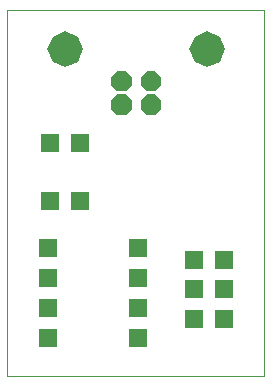
<source format=gbs>
G75*
G71*
%OFA0B0*%
%FSLAX23Y23*%
%IPPOS*%
%LPD*%
%ADD10C,0.1*%
%LPD*%D10*
X0Y0D02*
X0Y100D01*
X0Y199D01*
X0Y299D01*
X0Y399D01*
X0Y498D01*
X0Y598D01*
X0Y698D01*
X0Y798D01*
X0Y897D01*
X0Y997D01*
X0Y1097D01*
X0Y1196D01*
X0Y1296D01*
X0Y1396D01*
X0Y1495D01*
X0Y1595D01*
X0Y1695D01*
X0Y1795D01*
X0Y1894D01*
X0Y1994D01*
X0Y2094D01*
X0Y2193D01*
X0Y2293D01*
X0Y2393D01*
X0Y2492D01*
X0Y2592D01*
X0Y2692D01*
X0Y2791D01*
X0Y2891D01*
X0Y2991D01*
X0Y3091D01*
X0Y3190D01*
X0Y3290D01*
X0Y3390D01*
X0Y3489D01*
X0Y3589D01*
X0Y3689D01*
X0Y3788D01*
X0Y3888D01*
X0Y3988D01*
X0Y4088D01*
X0Y4187D01*
X0Y4287D01*
X0Y4387D01*
X0Y4486D01*
X0Y4586D01*
X0Y4686D01*
X0Y4785D01*
X0Y4885D01*
X0Y4985D01*
X0Y5084D01*
X0Y5184D01*
X0Y5284D01*
X0Y5384D01*
X0Y5483D01*
X0Y5583D01*
X0Y5683D01*
X0Y5782D01*
X0Y5882D01*
X0Y5982D01*
X0Y6081D01*
X0Y6181D01*
X0Y6281D01*
X0Y6380D01*
X0Y6480D01*
X0Y6580D01*
X0Y6680D01*
X0Y6779D01*
X0Y6879D01*
X0Y6979D01*
X0Y7078D01*
X0Y7178D01*
X0Y7278D01*
X0Y7377D01*
X0Y7477D01*
X0Y7577D01*
X0Y7677D01*
X0Y7776D01*
X0Y7876D01*
X0Y7976D01*
X0Y8075D01*
X0Y8175D01*
X0Y8275D01*
X0Y8374D01*
X0Y8474D01*
X0Y8574D01*
X0Y8673D01*
X0Y8773D01*
X0Y8873D01*
X0Y8973D01*
X0Y9072D01*
X0Y9172D01*
X0Y9272D01*
X0Y9371D01*
X0Y9471D01*
X0Y9571D01*
X0Y9670D01*
X0Y9770D01*
X0Y9870D01*
X0Y9970D01*
X0Y10069D01*
X0Y10169D01*
X0Y10269D01*
X0Y10368D01*
X0Y10468D01*
X0Y10568D01*
X0Y10667D01*
X0Y10767D01*
X0Y10867D01*
X0Y10966D01*
X0Y11066D01*
X0Y11166D01*
X0Y11266D01*
X0Y11365D01*
X0Y11465D01*
X0Y11565D01*
X0Y11664D01*
X0Y11764D01*
X0Y11864D01*
X0Y11963D01*
X0Y12063D01*
X0Y12163D01*
X0Y12262D01*
X0Y12362D01*
X0Y12462D01*
X0Y12562D01*
X0Y12661D01*
X0Y12761D01*
X0Y12861D01*
X0Y12960D01*
X0Y13060D01*
X0Y13160D01*
X0Y13259D01*
X0Y13359D01*
X0Y13459D01*
X0Y13559D01*
X0Y13658D01*
X0Y13758D01*
X0Y13858D01*
X0Y13957D01*
X0Y14057D01*
X0Y14157D01*
X0Y14256D01*
X0Y14356D01*
X0Y14456D01*
X0Y14555D01*
X0Y14655D01*
X0Y14755D01*
X0Y14855D01*
X0Y14954D01*
X0Y15054D01*
X0Y15154D01*
X0Y15253D01*
X0Y15353D01*
X0Y15453D01*
X0Y15552D01*
X0Y15652D01*
X0Y15752D01*
X0Y15852D01*
X0Y15951D01*
X0Y16051D01*
X0Y16151D01*
X0Y16250D01*
X0Y16350D01*
X0Y16450D01*
X0Y16549D01*
X0Y16649D01*
X0Y16749D01*
X0Y16848D01*
X0Y16948D01*
X0Y17048D01*
X0Y17148D01*
X0Y17247D01*
X0Y17347D01*
X0Y17447D01*
X0Y17546D01*
X0Y17646D01*
X0Y17746D01*
X0Y17845D01*
X0Y17945D01*
X0Y18045D01*
X0Y18145D01*
X0Y18244D01*
X0Y18344D01*
X0Y18444D01*
X0Y18543D01*
X0Y18643D01*
X0Y18743D01*
X0Y18842D01*
X0Y18942D01*
X0Y19042D01*
X0Y19141D01*
X0Y19241D01*
X0Y19341D01*
X0Y19441D01*
X0Y19540D01*
X0Y19640D01*
X0Y19740D01*
X0Y19839D01*
X0Y19939D01*
X0Y20039D01*
X0Y20138D01*
X0Y20238D01*
X0Y20338D01*
X0Y20438D01*
X0Y20537D01*
X0Y20637D01*
X0Y20737D01*
X0Y20836D01*
X0Y20936D01*
X0Y21036D01*
X0Y21135D01*
X0Y21235D01*
X0Y21335D01*
X0Y21434D01*
X0Y21534D01*
X0Y21634D01*
X0Y21734D01*
X0Y21833D01*
X0Y21933D01*
X0Y22033D01*
X0Y22132D01*
X0Y22232D01*
X0Y22332D01*
X0Y22431D01*
X0Y22531D01*
X0Y22631D01*
X0Y22731D01*
X0Y22830D01*
X0Y22930D01*
X0Y23030D01*
X0Y23129D01*
X0Y23229D01*
X0Y23329D01*
X0Y23428D01*
X0Y23528D01*
X0Y23628D01*
X0Y23727D01*
X0Y23827D01*
X0Y23927D01*
X0Y24027D01*
X0Y24126D01*
X0Y24226D01*
X0Y24326D01*
X0Y24425D01*
X0Y24525D01*
X0Y24625D01*
X0Y24724D01*
X0Y24824D01*
X0Y24924D01*
X0Y25024D01*
X0Y25123D01*
X0Y25223D01*
X0Y25323D01*
X0Y25422D01*
X0Y25522D01*
X0Y25622D01*
X0Y25721D01*
X0Y25821D01*
X0Y25921D01*
X0Y26020D01*
X0Y26120D01*
X0Y26220D01*
X0Y26320D01*
X0Y26419D01*
X0Y26519D01*
X0Y26619D01*
X0Y26718D01*
X0Y26818D01*
X0Y26918D01*
X0Y27017D01*
X0Y27117D01*
X0Y27217D01*
X0Y27317D01*
X0Y27416D01*
X0Y27516D01*
X0Y27616D01*
X0Y27715D01*
X0Y27815D01*
X0Y27915D01*
X0Y28014D01*
X0Y28114D01*
X0Y28214D01*
X0Y28313D01*
X0Y28413D01*
X0Y28513D01*
X0Y28613D01*
X0Y28712D01*
X0Y28812D01*
X0Y28912D01*
X0Y29011D01*
X0Y29111D01*
X0Y29211D01*
X0Y29310D01*
X0Y29410D01*
X0Y29510D01*
X0Y29610D01*
X0Y29709D01*
X0Y29809D01*
X0Y29909D01*
X0Y30008D01*
X0Y30108D01*
X0Y30208D01*
X0Y30307D01*
X0Y30407D01*
X0Y30507D01*
X0Y30607D01*
X0Y30706D01*
X0Y30806D01*
X0Y30906D01*
X0Y31005D01*
X100Y31005D01*
X199Y31005D01*
X299Y31005D01*
X398Y31005D01*
X498Y31005D01*
X598Y31005D01*
X697Y31005D01*
X797Y31005D01*
X897Y31005D01*
X996Y31005D01*
X1096Y31005D01*
X1195Y31005D01*
X1295Y31005D01*
X1395Y31005D01*
X1494Y31005D01*
X1594Y31005D01*
X1694Y31005D01*
X1793Y31005D01*
X1893Y31005D01*
X1992Y31005D01*
X2092Y31005D01*
X2192Y31005D01*
X2291Y31005D01*
X2391Y31005D01*
X2490Y31005D01*
X2590Y31005D01*
X2690Y31005D01*
X2789Y31005D01*
X2889Y31005D01*
X2989Y31005D01*
X3088Y31005D01*
X3188Y31005D01*
X3287Y31005D01*
X3387Y31005D01*
X3487Y31005D01*
X3586Y31005D01*
X3686Y31005D01*
X3785Y31005D01*
X3885Y31005D01*
X3985Y31005D01*
X4084Y31005D01*
X4184Y31005D01*
X4284Y31005D01*
X4383Y31005D01*
X4483Y31005D01*
X4582Y31005D01*
X4682Y31005D01*
X4782Y31005D01*
X4881Y31005D01*
X4981Y31005D01*
X5081Y31005D01*
X5180Y31005D01*
X5280Y31005D01*
X5379Y31005D01*
X5479Y31005D01*
X5579Y31005D01*
X5678Y31005D01*
X5778Y31005D01*
X5877Y31005D01*
X5977Y31005D01*
X6077Y31005D01*
X6176Y31005D01*
X6276Y31005D01*
X6376Y31005D01*
X6475Y31005D01*
X6575Y31005D01*
X6674Y31005D01*
X6774Y31005D01*
X6874Y31005D01*
X6973Y31005D01*
X7073Y31005D01*
X7173Y31005D01*
X7272Y31005D01*
X7372Y31005D01*
X7471Y31005D01*
X7571Y31005D01*
X7671Y31005D01*
X7770Y31005D01*
X7870Y31005D01*
X7969Y31005D01*
X8069Y31005D01*
X8169Y31005D01*
X8268Y31005D01*
X8368Y31005D01*
X8468Y31005D01*
X8567Y31005D01*
X8667Y31005D01*
X8766Y31005D01*
X8866Y31005D01*
X8966Y31005D01*
X9065Y31005D01*
X9165Y31005D01*
X9265Y31005D01*
X9364Y31005D01*
X9464Y31005D01*
X9563Y31005D01*
X9663Y31005D01*
X9763Y31005D01*
X9862Y31005D01*
X9962Y31005D01*
X10061Y31005D01*
X10161Y31005D01*
X10261Y31005D01*
X10360Y31005D01*
X10460Y31005D01*
X10560Y31005D01*
X10659Y31005D01*
X10759Y31005D01*
X10858Y31005D01*
X10958Y31005D01*
X11058Y31005D01*
X11157Y31005D01*
X11257Y31005D01*
X11357Y31005D01*
X11456Y31005D01*
X11556Y31005D01*
X11655Y31005D01*
X11755Y31005D01*
X11855Y31005D01*
X11954Y31005D01*
X12054Y31005D01*
X12153Y31005D01*
X12253Y31005D01*
X12353Y31005D01*
X12452Y31005D01*
X12552Y31005D01*
X12652Y31005D01*
X12751Y31005D01*
X12851Y31005D01*
X12950Y31005D01*
X13050Y31005D01*
X13150Y31005D01*
X13249Y31005D01*
X13349Y31005D01*
X13449Y31005D01*
X13548Y31005D01*
X13648Y31005D01*
X13747Y31005D01*
X13847Y31005D01*
X13947Y31005D01*
X14046Y31005D01*
X14146Y31005D01*
X14245Y31005D01*
X14345Y31005D01*
X14445Y31005D01*
X14544Y31005D01*
X14644Y31005D01*
X14744Y31005D01*
X14843Y31005D01*
X14943Y31005D01*
X15042Y31005D01*
X15142Y31005D01*
X15242Y31005D01*
X15341Y31005D01*
X15441Y31005D01*
X15540Y31005D01*
X15640Y31005D01*
X15740Y31005D01*
X15839Y31005D01*
X15939Y31005D01*
X16039Y31005D01*
X16138Y31005D01*
X16238Y31005D01*
X16337Y31005D01*
X16437Y31005D01*
X16537Y31005D01*
X16636Y31005D01*
X16736Y31005D01*
X16836Y31005D01*
X16935Y31005D01*
X17035Y31005D01*
X17134Y31005D01*
X17234Y31005D01*
X17334Y31005D01*
X17433Y31005D01*
X17533Y31005D01*
X17632Y31005D01*
X17732Y31005D01*
X17832Y31005D01*
X17931Y31005D01*
X18031Y31005D01*
X18131Y31005D01*
X18230Y31005D01*
X18330Y31005D01*
X18429Y31005D01*
X18529Y31005D01*
X18629Y31005D01*
X18728Y31005D01*
X18828Y31005D01*
X18928Y31005D01*
X19027Y31005D01*
X19127Y31005D01*
X19226Y31005D01*
X19326Y31005D01*
X19426Y31005D01*
X19525Y31005D01*
X19625Y31005D01*
X19725Y31005D01*
X19824Y31005D01*
X19924Y31005D01*
X20023Y31005D01*
X20123Y31005D01*
X20223Y31005D01*
X20322Y31005D01*
X20422Y31005D01*
X20521Y31005D01*
X20621Y31005D01*
X20721Y31005D01*
X20820Y31005D01*
X20920Y31005D01*
X21020Y31005D01*
X21119Y31005D01*
X21219Y31005D01*
X21318Y31005D01*
X21418Y31005D01*
X21518Y31005D01*
X21617Y31005D01*
X21717Y31005D01*
X21717Y30906D01*
X21717Y30806D01*
X21717Y30706D01*
X21717Y30607D01*
X21717Y30507D01*
X21717Y30407D01*
X21717Y30307D01*
X21717Y30208D01*
X21717Y30108D01*
X21717Y30008D01*
X21717Y29909D01*
X21717Y29809D01*
X21717Y29709D01*
X21717Y29610D01*
X21717Y29510D01*
X21717Y29410D01*
X21717Y29311D01*
X21717Y29211D01*
X21717Y29111D01*
X21717Y29011D01*
X21717Y28912D01*
X21717Y28812D01*
X21717Y28712D01*
X21717Y28613D01*
X21717Y28513D01*
X21717Y28413D01*
X21717Y28314D01*
X21717Y28214D01*
X21717Y28114D01*
X21717Y28014D01*
X21717Y27915D01*
X21717Y27815D01*
X21717Y27715D01*
X21717Y27616D01*
X21717Y27516D01*
X21717Y27416D01*
X21717Y27317D01*
X21717Y27217D01*
X21717Y27117D01*
X21717Y27018D01*
X21717Y26918D01*
X21717Y26818D01*
X21717Y26718D01*
X21717Y26619D01*
X21717Y26519D01*
X21717Y26419D01*
X21717Y26320D01*
X21717Y26220D01*
X21717Y26120D01*
X21717Y26021D01*
X21717Y25921D01*
X21717Y25821D01*
X21717Y25721D01*
X21717Y25622D01*
X21717Y25522D01*
X21717Y25422D01*
X21717Y25323D01*
X21717Y25223D01*
X21717Y25123D01*
X21717Y25024D01*
X21717Y24924D01*
X21717Y24824D01*
X21717Y24725D01*
X21717Y24625D01*
X21717Y24525D01*
X21717Y24425D01*
X21717Y24326D01*
X21717Y24226D01*
X21717Y24126D01*
X21717Y24027D01*
X21717Y23927D01*
X21717Y23827D01*
X21717Y23728D01*
X21717Y23628D01*
X21717Y23528D01*
X21717Y23428D01*
X21717Y23329D01*
X21717Y23229D01*
X21717Y23129D01*
X21717Y23030D01*
X21717Y22930D01*
X21717Y22830D01*
X21717Y22731D01*
X21717Y22631D01*
X21717Y22531D01*
X21717Y22432D01*
X21717Y22332D01*
X21717Y22232D01*
X21717Y22132D01*
X21717Y22033D01*
X21717Y21933D01*
X21717Y21833D01*
X21717Y21734D01*
X21717Y21634D01*
X21717Y21534D01*
X21717Y21435D01*
X21717Y21335D01*
X21717Y21235D01*
X21717Y21135D01*
X21717Y21036D01*
X21717Y20936D01*
X21717Y20836D01*
X21717Y20737D01*
X21717Y20637D01*
X21717Y20537D01*
X21717Y20438D01*
X21717Y20338D01*
X21717Y20238D01*
X21717Y20139D01*
X21717Y20039D01*
X21717Y19939D01*
X21717Y19839D01*
X21717Y19740D01*
X21717Y19640D01*
X21717Y19540D01*
X21717Y19441D01*
X21717Y19341D01*
X21717Y19241D01*
X21717Y19142D01*
X21717Y19042D01*
X21717Y18942D01*
X21717Y18843D01*
X21717Y18743D01*
X21717Y18643D01*
X21717Y18543D01*
X21717Y18444D01*
X21717Y18344D01*
X21717Y18244D01*
X21717Y18145D01*
X21717Y18045D01*
X21717Y17945D01*
X21717Y17846D01*
X21717Y17746D01*
X21717Y17646D01*
X21717Y17546D01*
X21717Y17447D01*
X21717Y17347D01*
X21717Y17247D01*
X21717Y17148D01*
X21717Y17048D01*
X21717Y16948D01*
X21717Y16849D01*
X21717Y16749D01*
X21717Y16649D01*
X21717Y16550D01*
X21717Y16450D01*
X21717Y16350D01*
X21717Y16250D01*
X21717Y16151D01*
X21717Y16051D01*
X21717Y15951D01*
X21717Y15852D01*
X21717Y15752D01*
X21717Y15652D01*
X21717Y15553D01*
X21717Y15453D01*
X21717Y15353D01*
X21717Y15253D01*
X21717Y15154D01*
X21717Y15054D01*
X21717Y14954D01*
X21717Y14855D01*
X21717Y14755D01*
X21717Y14655D01*
X21717Y14556D01*
X21717Y14456D01*
X21717Y14356D01*
X21717Y14257D01*
X21717Y14157D01*
X21717Y14057D01*
X21717Y13957D01*
X21717Y13858D01*
X21717Y13758D01*
X21717Y13658D01*
X21717Y13559D01*
X21717Y13459D01*
X21717Y13359D01*
X21717Y13260D01*
X21717Y13160D01*
X21717Y13060D01*
X21717Y12961D01*
X21717Y12861D01*
X21717Y12761D01*
X21717Y12661D01*
X21717Y12562D01*
X21717Y12462D01*
X21717Y12362D01*
X21717Y12263D01*
X21717Y12163D01*
X21717Y12063D01*
X21717Y11964D01*
X21717Y11864D01*
X21717Y11764D01*
X21717Y11664D01*
X21717Y11565D01*
X21717Y11465D01*
X21717Y11365D01*
X21717Y11266D01*
X21717Y11166D01*
X21717Y11066D01*
X21717Y10967D01*
X21717Y10867D01*
X21717Y10767D01*
X21717Y10667D01*
X21717Y10568D01*
X21717Y10468D01*
X21717Y10368D01*
X21717Y10269D01*
X21717Y10169D01*
X21717Y10069D01*
X21717Y9970D01*
X21717Y9870D01*
X21717Y9770D01*
X21717Y9671D01*
X21717Y9571D01*
X21717Y9471D01*
X21717Y9371D01*
X21717Y9272D01*
X21717Y9172D01*
X21717Y9072D01*
X21717Y8973D01*
X21717Y8873D01*
X21717Y8773D01*
X21717Y8674D01*
X21717Y8574D01*
X21717Y8474D01*
X21717Y8375D01*
X21717Y8275D01*
X21717Y8175D01*
X21717Y8075D01*
X21717Y7976D01*
X21717Y7876D01*
X21717Y7776D01*
X21717Y7677D01*
X21717Y7577D01*
X21717Y7477D01*
X21717Y7378D01*
X21717Y7278D01*
X21717Y7178D01*
X21717Y7078D01*
X21717Y6979D01*
X21717Y6879D01*
X21717Y6779D01*
X21717Y6680D01*
X21717Y6580D01*
X21717Y6480D01*
X21717Y6381D01*
X21717Y6281D01*
X21717Y6181D01*
X21717Y6082D01*
X21717Y5982D01*
X21717Y5882D01*
X21717Y5782D01*
X21717Y5683D01*
X21717Y5583D01*
X21717Y5483D01*
X21717Y5384D01*
X21717Y5284D01*
X21717Y5184D01*
X21717Y5085D01*
X21717Y4985D01*
X21717Y4885D01*
X21717Y4785D01*
X21717Y4686D01*
X21717Y4586D01*
X21717Y4486D01*
X21717Y4387D01*
X21717Y4287D01*
X21717Y4187D01*
X21717Y4088D01*
X21717Y3988D01*
X21717Y3888D01*
X21717Y3788D01*
X21717Y3689D01*
X21717Y3589D01*
X21717Y3489D01*
X21717Y3390D01*
X21717Y3290D01*
X21717Y3190D01*
X21717Y3091D01*
X21717Y2991D01*
X21717Y2891D01*
X21717Y2792D01*
X21717Y2692D01*
X21717Y2592D01*
X21717Y2492D01*
X21717Y2393D01*
X21717Y2293D01*
X21717Y2193D01*
X21717Y2094D01*
X21717Y1994D01*
X21717Y1894D01*
X21717Y1795D01*
X21717Y1695D01*
X21717Y1595D01*
X21717Y1495D01*
X21717Y1396D01*
X21717Y1296D01*
X21717Y1196D01*
X21717Y1097D01*
X21717Y997D01*
X21717Y897D01*
X21717Y798D01*
X21717Y698D01*
X21717Y598D01*
X21717Y499D01*
X21717Y399D01*
X21717Y299D01*
X21717Y199D01*
X21717Y100D01*
X21717Y0D01*
X21617Y0D01*
X21518Y0D01*
X21418Y0D01*
X21318Y0D01*
X21219Y0D01*
X21119Y0D01*
X21020Y0D01*
X20920Y0D01*
X20820Y0D01*
X20721Y0D01*
X20621Y0D01*
X20522Y0D01*
X20422Y0D01*
X20322Y0D01*
X20223Y0D01*
X20123Y0D01*
X20023Y0D01*
X19924Y0D01*
X19824Y0D01*
X19725Y0D01*
X19625Y0D01*
X19525Y0D01*
X19426Y0D01*
X19326Y0D01*
X19226Y0D01*
X19127Y0D01*
X19027Y0D01*
X18928Y0D01*
X18828Y0D01*
X18728Y0D01*
X18629Y0D01*
X18529Y0D01*
X18430Y0D01*
X18330Y0D01*
X18230Y0D01*
X18131Y0D01*
X18031Y0D01*
X17931Y0D01*
X17832Y0D01*
X17732Y0D01*
X17633Y0D01*
X17533Y0D01*
X17433Y0D01*
X17334Y0D01*
X17234Y0D01*
X17134Y0D01*
X17035Y0D01*
X16935Y0D01*
X16836Y0D01*
X16736Y0D01*
X16636Y0D01*
X16537Y0D01*
X16437Y0D01*
X16338Y0D01*
X16238Y0D01*
X16138Y0D01*
X16039Y0D01*
X15939Y0D01*
X15839Y0D01*
X15740Y0D01*
X15640Y0D01*
X15541Y0D01*
X15441Y0D01*
X15341Y0D01*
X15242Y0D01*
X15142Y0D01*
X15042Y0D01*
X14943Y0D01*
X14843Y0D01*
X14744Y0D01*
X14644Y0D01*
X14544Y0D01*
X14445Y0D01*
X14345Y0D01*
X14246Y0D01*
X14146Y0D01*
X14046Y0D01*
X13947Y0D01*
X13847Y0D01*
X13747Y0D01*
X13648Y0D01*
X13548Y0D01*
X13449Y0D01*
X13349Y0D01*
X13249Y0D01*
X13150Y0D01*
X13050Y0D01*
X12950Y0D01*
X12851Y0D01*
X12751Y0D01*
X12652Y0D01*
X12552Y0D01*
X12452Y0D01*
X12353Y0D01*
X12253Y0D01*
X12154Y0D01*
X12054Y0D01*
X11954Y0D01*
X11855Y0D01*
X11755Y0D01*
X11655Y0D01*
X11556Y0D01*
X11456Y0D01*
X11357Y0D01*
X11257Y0D01*
X11157Y0D01*
X11058Y0D01*
X10958Y0D01*
X10859Y0D01*
X10759Y0D01*
X10659Y0D01*
X10560Y0D01*
X10460Y0D01*
X10360Y0D01*
X10261Y0D01*
X10161Y0D01*
X10062Y0D01*
X9962Y0D01*
X9862Y0D01*
X9763Y0D01*
X9663Y0D01*
X9563Y0D01*
X9464Y0D01*
X9364Y0D01*
X9265Y0D01*
X9165Y0D01*
X9065Y0D01*
X8966Y0D01*
X8866Y0D01*
X8767Y0D01*
X8667Y0D01*
X8567Y0D01*
X8468Y0D01*
X8368Y0D01*
X8268Y0D01*
X8169Y0D01*
X8069Y0D01*
X7970Y0D01*
X7870Y0D01*
X7770Y0D01*
X7671Y0D01*
X7571Y0D01*
X7471Y0D01*
X7372Y0D01*
X7272Y0D01*
X7173Y0D01*
X7073Y0D01*
X6973Y0D01*
X6874Y0D01*
X6774Y0D01*
X6675Y0D01*
X6575Y0D01*
X6475Y0D01*
X6376Y0D01*
X6276Y0D01*
X6176Y0D01*
X6077Y0D01*
X5977Y0D01*
X5878Y0D01*
X5778Y0D01*
X5678Y0D01*
X5579Y0D01*
X5479Y0D01*
X5379Y0D01*
X5280Y0D01*
X5180Y0D01*
X5081Y0D01*
X4981Y0D01*
X4881Y0D01*
X4782Y0D01*
X4682Y0D01*
X4583Y0D01*
X4483Y0D01*
X4383Y0D01*
X4284Y0D01*
X4184Y0D01*
X4084Y0D01*
X3985Y0D01*
X3885Y0D01*
X3786Y0D01*
X3686Y0D01*
X3586Y0D01*
X3487Y0D01*
X3387Y0D01*
X3287Y0D01*
X3188Y0D01*
X3088Y0D01*
X2989Y0D01*
X2889Y0D01*
X2789Y0D01*
X2690Y0D01*
X2590Y0D01*
X2491Y0D01*
X2391Y0D01*
X2291Y0D01*
X2192Y0D01*
X2092Y0D01*
X1992Y0D01*
X1893Y0D01*
X1793Y0D01*
X1694Y0D01*
X1594Y0D01*
X1494Y0D01*
X1395Y0D01*
X1295Y0D01*
X1195Y0D01*
X1096Y0D01*
X996Y0D01*
X897Y0D01*
X797Y0D01*
X697Y0D01*
X598Y0D01*
X498Y0D01*
X399Y0D01*
X299Y0D01*
X199Y0D01*
X100Y0D01*
X0Y0D01*
X0Y0D01*
X0Y0D01*
X0Y0D01*
X0Y0D01*
G36*
X10562Y22623D02*
X10052Y22113D01*
X9331Y22113D01*
X8822Y22623D01*
X8822Y23344D01*
X9331Y23854D01*
X10052Y23854D01*
X10562Y23344D01*
X10562Y22623D01*
G37*
G36*
X13062Y22623D02*
X12552Y22113D01*
X11831Y22113D01*
X11322Y22623D01*
X11322Y23344D01*
X11831Y23854D01*
X12552Y23854D01*
X13062Y23344D01*
X13062Y22623D01*
G37*
G36*
X16962Y29228D02*
X15908Y28748D01*
X15428Y27694D01*
X15908Y26640D01*
X16962Y26160D01*
X18016Y26640D01*
X18496Y27694D01*
X18016Y28748D01*
X16962Y29228D01*
G37*
G36*
X4922Y29228D02*
X3868Y28748D01*
X3388Y27694D01*
X3868Y26640D01*
X4922Y26160D01*
X5976Y26640D01*
X6456Y27694D01*
X5976Y28748D01*
X4922Y29228D01*
G37*
G36*
X10562Y24623D02*
X10052Y24113D01*
X9331Y24113D01*
X8822Y24623D01*
X8822Y25344D01*
X9331Y25854D01*
X10052Y25854D01*
X10562Y25344D01*
X10562Y24623D01*
G37*
G36*
X13062Y24623D02*
X12552Y24113D01*
X11831Y24113D01*
X11322Y24623D01*
X11322Y25344D01*
X11831Y25854D01*
X12552Y25854D01*
X13062Y25344D01*
X13062Y24623D01*
G37*
G36*
X4234Y10095D02*
X4234Y11619D01*
X2710Y11619D01*
X2710Y10095D01*
X4234Y10095D01*
G37*
G36*
X4234Y7555D02*
X4234Y9079D01*
X2710Y9079D01*
X2710Y7555D01*
X4234Y7555D01*
G37*
G36*
X4234Y5015D02*
X4234Y6539D01*
X2710Y6539D01*
X2710Y5015D01*
X4234Y5015D01*
G37*
G36*
X4234Y2475D02*
X4234Y3999D01*
X2710Y3999D01*
X2710Y2475D01*
X4234Y2475D01*
G37*
G36*
X10330Y3999D02*
X10330Y2475D01*
X11854Y2475D01*
X11854Y3999D01*
X10330Y3999D01*
G37*
G36*
X10330Y6539D02*
X10330Y5015D01*
X11854Y5015D01*
X11854Y6539D01*
X10330Y6539D01*
G37*
G36*
X10330Y9079D02*
X10330Y7555D01*
X11854Y7555D01*
X11854Y9079D01*
X10330Y9079D01*
G37*
G36*
X10330Y11619D02*
X10330Y10095D01*
X11854Y10095D01*
X11854Y11619D01*
X10330Y11619D01*
G37*
G36*
X4414Y14053D02*
X4414Y15577D01*
X2890Y15577D01*
X2890Y14053D01*
X4414Y14053D01*
G37*
G36*
X5430Y15577D02*
X5430Y14053D01*
X6954Y14053D01*
X6954Y15577D01*
X5430Y15577D01*
G37*
G36*
X4414Y18944D02*
X4414Y20468D01*
X2890Y20468D01*
X2890Y18944D01*
X4414Y18944D01*
G37*
G36*
X5430Y20468D02*
X5430Y18944D01*
X6954Y18944D01*
X6954Y20468D01*
X5430Y20468D01*
G37*
G36*
X16590Y9085D02*
X16590Y10609D01*
X15066Y10609D01*
X15066Y9085D01*
X16590Y9085D01*
G37*
G36*
X16590Y6585D02*
X16590Y8109D01*
X15066Y8109D01*
X15066Y6585D01*
X16590Y6585D01*
G37*
G36*
X16590Y4085D02*
X16590Y5609D01*
X15066Y5609D01*
X15066Y4085D01*
X16590Y4085D01*
G37*
G36*
X17566Y5609D02*
X17566Y4085D01*
X19090Y4085D01*
X19090Y5609D01*
X17566Y5609D01*
G37*
G36*
X17566Y8109D02*
X17566Y6585D01*
X19090Y6585D01*
X19090Y8109D01*
X17566Y8109D01*
G37*
G36*
X17566Y10609D02*
X17566Y9085D01*
X19090Y9085D01*
X19090Y10609D01*
X17566Y10609D01*
G37*
M02*

</source>
